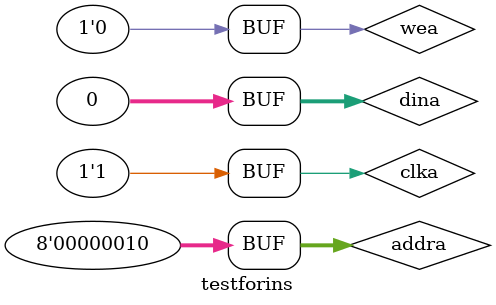
<source format=v>
`timescale 1ns / 1ps


module testforins;

	// Inputs
	reg clka;
	reg [0:0] wea;
	reg [7:0] addra;
	reg [31:0] dina;

	// Outputs
	wire [31:0] douta;

	// Instantiate the Unit Under Test (UUT)
	InstrMem1 uut (
		.clka(clka), 
		.wea(wea), 
		.addra(addra), 
		.dina(dina), 
		.douta(douta)
	);

	initial begin
		// Initialize Inputs
		clka = 0;
		wea = 0;
		addra = 0;
		dina = 0;

		// Wait 100 ns for global reset to finish
			#100;
      addra=8'b0000;
				#100;
      addra=8'b0001;
				#100;
      addra=8'b0010;
		
		
		// Add stimulus here

	end
    always 
begin
clka=0;
#1;
clka=1;
#1;
end         
endmodule


</source>
